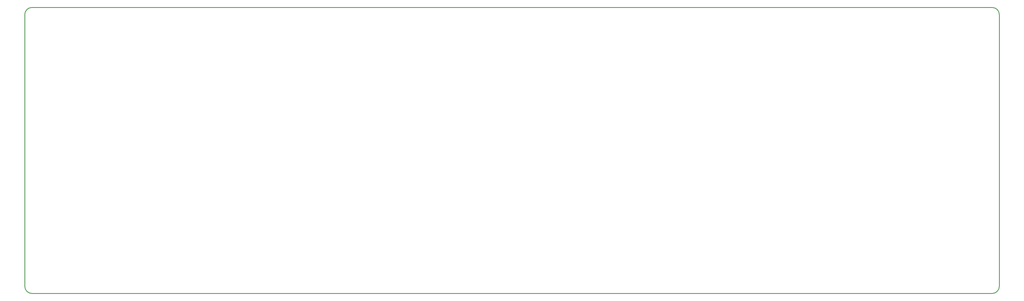
<source format=gbr>
%TF.GenerationSoftware,KiCad,Pcbnew,(5.1.12)-1*%
%TF.CreationDate,2021-12-21T00:43:12-05:00*%
%TF.ProjectId,GanJing 65 rev 2 hotswap,47616e4a-696e-4672-9036-352072657620,2*%
%TF.SameCoordinates,Original*%
%TF.FileFunction,Profile,NP*%
%FSLAX46Y46*%
G04 Gerber Fmt 4.6, Leading zero omitted, Abs format (unit mm)*
G04 Created by KiCad (PCBNEW (5.1.12)-1) date 2021-12-21 00:43:12*
%MOMM*%
%LPD*%
G01*
G04 APERTURE LIST*
%TA.AperFunction,Profile*%
%ADD10C,0.250000*%
%TD*%
G04 APERTURE END LIST*
D10*
X50006250Y-97631250D02*
G75*
G02*
X52387500Y-95250000I2381250J0D01*
G01*
X52387500Y-190500000D02*
G75*
G02*
X50006250Y-188118750I0J2381250D01*
G01*
X371475000Y-95250000D02*
G75*
G02*
X373856250Y-97631250I0J-2381250D01*
G01*
X373856250Y-188118750D02*
G75*
G02*
X371475000Y-190500000I-2381250J0D01*
G01*
X50006250Y-97631250D02*
X50006250Y-188118750D01*
X371475000Y-95250000D02*
X52387500Y-95250000D01*
X373856250Y-188118750D02*
X373856250Y-97631250D01*
X52387500Y-190500000D02*
X371475000Y-190500000D01*
M02*

</source>
